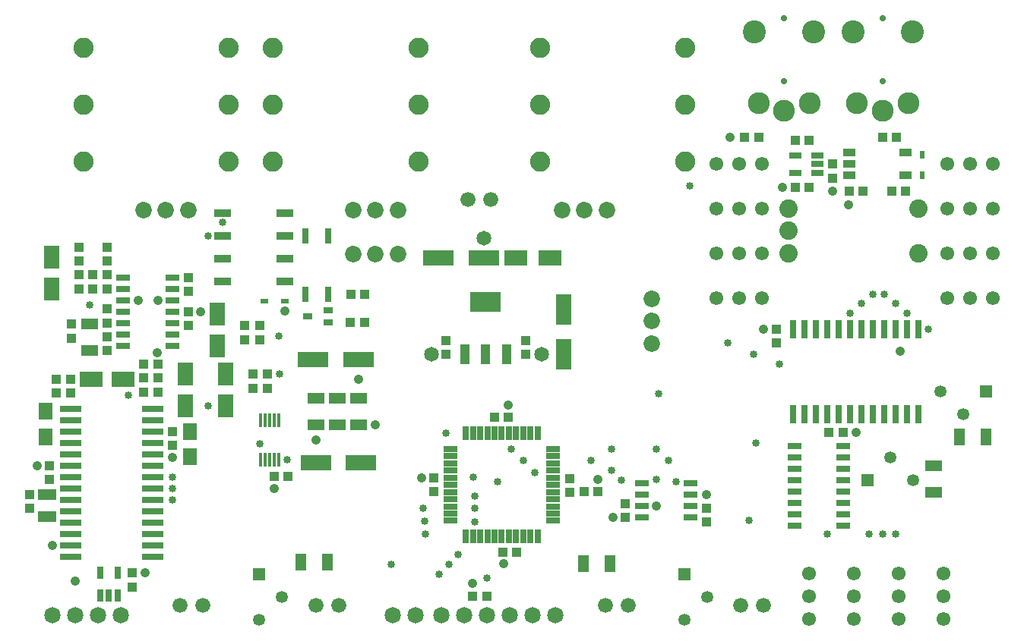
<source format=gts>
G04*
G04 #@! TF.GenerationSoftware,Altium Limited,Altium Designer,20.1.11 (218)*
G04*
G04 Layer_Color=8388736*
%FSLAX25Y25*%
%MOIN*%
G70*
G04*
G04 #@! TF.SameCoordinates,FE814F26-7F82-419D-9895-0DDABB92EEBD*
G04*
G04*
G04 #@! TF.FilePolarity,Negative*
G04*
G01*
G75*
%ADD47R,0.01772X0.06299*%
%ADD48R,0.08071X0.04921*%
%ADD49R,0.02953X0.06496*%
%ADD50R,0.06496X0.02953*%
%ADD51R,0.04213X0.04449*%
%ADD52R,0.09252X0.02953*%
%ADD53R,0.02953X0.08071*%
%ADD54R,0.04134X0.04331*%
%ADD55R,0.04331X0.04134*%
%ADD56R,0.02953X0.05315*%
%ADD57R,0.10433X0.07087*%
%ADD58R,0.06890X0.13189*%
%ADD59R,0.13189X0.06890*%
%ADD60R,0.04134X0.09055*%
%ADD61R,0.13189X0.09055*%
%ADD62R,0.07677X0.03740*%
%ADD63R,0.04921X0.07480*%
%ADD64R,0.06299X0.02953*%
%ADD65R,0.02953X0.06890*%
%ADD66R,0.04134X0.02756*%
%ADD67R,0.07480X0.04921*%
%ADD68R,0.05315X0.02953*%
%ADD69R,0.02165X0.03740*%
%ADD70R,0.05315X0.03740*%
%ADD71R,0.06890X0.10433*%
%ADD72R,0.03740X0.02165*%
%ADD73R,0.05906X0.07677*%
%ADD74R,0.10433X0.06890*%
%ADD75C,0.06102*%
%ADD76C,0.07284*%
%ADD77C,0.07191*%
%ADD78C,0.06591*%
%ADD79R,0.05315X0.05315*%
%ADD80C,0.05315*%
%ADD81R,0.05315X0.05315*%
%ADD82C,0.08859*%
%ADD83C,0.09587*%
%ADD84C,0.10114*%
%ADD85C,0.02756*%
%ADD86C,0.08071*%
%ADD87C,0.03347*%
%ADD88C,0.04134*%
%ADD89C,0.06496*%
D47*
X116680Y96457D02*
D03*
X114711D02*
D03*
X112742D02*
D03*
X110774D02*
D03*
X108806D02*
D03*
Y78937D02*
D03*
X110774D02*
D03*
X112742D02*
D03*
X114711D02*
D03*
X116680D02*
D03*
D48*
X15157Y63681D02*
D03*
Y53838D02*
D03*
D49*
X198917Y90551D02*
D03*
X202067D02*
D03*
X205217D02*
D03*
X208366D02*
D03*
X211516D02*
D03*
X214665D02*
D03*
X217815D02*
D03*
X220965D02*
D03*
X224114D02*
D03*
X227264D02*
D03*
X230413D02*
D03*
Y45276D02*
D03*
X227264D02*
D03*
X224114D02*
D03*
X220965D02*
D03*
X217815D02*
D03*
X214665D02*
D03*
X211516D02*
D03*
X208366D02*
D03*
X205217D02*
D03*
X202067D02*
D03*
X198917D02*
D03*
D50*
X237303Y83661D02*
D03*
Y80512D02*
D03*
Y77362D02*
D03*
Y74213D02*
D03*
Y71063D02*
D03*
Y67913D02*
D03*
Y64764D02*
D03*
Y61614D02*
D03*
Y58465D02*
D03*
Y55315D02*
D03*
Y52165D02*
D03*
X192027D02*
D03*
Y55315D02*
D03*
Y58465D02*
D03*
Y61614D02*
D03*
Y64764D02*
D03*
Y67913D02*
D03*
Y71063D02*
D03*
Y74213D02*
D03*
Y77362D02*
D03*
Y80512D02*
D03*
Y83661D02*
D03*
D51*
X256799Y64862D02*
D03*
X250689D02*
D03*
D52*
X25394Y101279D02*
D03*
Y96279D02*
D03*
Y91279D02*
D03*
Y86279D02*
D03*
Y81279D02*
D03*
Y76279D02*
D03*
Y71279D02*
D03*
Y66279D02*
D03*
Y61279D02*
D03*
Y56279D02*
D03*
Y51279D02*
D03*
Y46279D02*
D03*
Y41279D02*
D03*
Y36279D02*
D03*
X61614D02*
D03*
Y41279D02*
D03*
Y46279D02*
D03*
Y51279D02*
D03*
Y56279D02*
D03*
Y61279D02*
D03*
Y66279D02*
D03*
Y71279D02*
D03*
Y76279D02*
D03*
Y81279D02*
D03*
Y86279D02*
D03*
Y91279D02*
D03*
Y96279D02*
D03*
Y101279D02*
D03*
D53*
X342480Y98917D02*
D03*
X347480D02*
D03*
X352480D02*
D03*
X357480D02*
D03*
X362480D02*
D03*
X367480D02*
D03*
X372480D02*
D03*
X377480D02*
D03*
X382480D02*
D03*
X387480D02*
D03*
X392480D02*
D03*
X397480D02*
D03*
X342480Y136319D02*
D03*
X347480D02*
D03*
X352480D02*
D03*
X357480D02*
D03*
X362480D02*
D03*
X367480D02*
D03*
X372480D02*
D03*
X377480D02*
D03*
X382480D02*
D03*
X387480D02*
D03*
X392480D02*
D03*
X397480D02*
D03*
D54*
X120813Y71791D02*
D03*
X114711D02*
D03*
X217618Y97736D02*
D03*
X211516D02*
D03*
X148425Y151772D02*
D03*
X154527D02*
D03*
X148327Y139417D02*
D03*
X154429D02*
D03*
X327362Y220571D02*
D03*
X321260D02*
D03*
X343406Y219193D02*
D03*
X349508D02*
D03*
X349508Y198622D02*
D03*
X343406D02*
D03*
X381890Y220571D02*
D03*
X387992D02*
D03*
X367028Y197047D02*
D03*
X373130D02*
D03*
X385728Y197047D02*
D03*
X391831D02*
D03*
X364370Y91142D02*
D03*
X358268D02*
D03*
X215059Y38189D02*
D03*
X221161D02*
D03*
X208110Y19094D02*
D03*
X202008D02*
D03*
X57579Y121161D02*
D03*
X63681D02*
D03*
Y108760D02*
D03*
X57579D02*
D03*
Y114961D02*
D03*
X63681D02*
D03*
D55*
X184843Y71063D02*
D03*
Y64961D02*
D03*
X52457Y29248D02*
D03*
Y23146D02*
D03*
X225098Y125197D02*
D03*
Y131299D02*
D03*
X190256D02*
D03*
Y125197D02*
D03*
X41535Y160236D02*
D03*
Y154134D02*
D03*
X35335D02*
D03*
Y160236D02*
D03*
X41535Y172343D02*
D03*
Y166240D02*
D03*
X29134Y160236D02*
D03*
Y154134D02*
D03*
Y166240D02*
D03*
Y172343D02*
D03*
X359882Y202756D02*
D03*
Y208858D02*
D03*
X335039Y136319D02*
D03*
Y130217D02*
D03*
X304527Y51575D02*
D03*
Y57677D02*
D03*
X268996Y59646D02*
D03*
Y53543D02*
D03*
X244587Y64665D02*
D03*
Y70768D02*
D03*
X77165Y159095D02*
D03*
Y152992D02*
D03*
Y144095D02*
D03*
Y137992D02*
D03*
X111713Y110494D02*
D03*
Y116596D02*
D03*
X105512D02*
D03*
Y110494D02*
D03*
X108465Y131791D02*
D03*
Y137894D02*
D03*
X101865D02*
D03*
Y131791D02*
D03*
X70079Y91279D02*
D03*
Y85177D02*
D03*
X16240Y76279D02*
D03*
Y70177D02*
D03*
X7382Y63681D02*
D03*
Y57579D02*
D03*
X25394Y114370D02*
D03*
Y108268D02*
D03*
X19193D02*
D03*
Y114370D02*
D03*
X41535Y126969D02*
D03*
Y133071D02*
D03*
Y139094D02*
D03*
Y145197D02*
D03*
X25984Y132480D02*
D03*
Y138583D02*
D03*
D56*
X38579Y29248D02*
D03*
X46059D02*
D03*
Y19406D02*
D03*
X42319D02*
D03*
X38579D02*
D03*
D57*
X235728Y167717D02*
D03*
X220965D02*
D03*
D58*
X241831Y125197D02*
D03*
Y145050D02*
D03*
D59*
X186839Y167717D02*
D03*
X206693D02*
D03*
X133071Y77658D02*
D03*
X152924D02*
D03*
X151787Y122835D02*
D03*
X131933D02*
D03*
D60*
X207677Y125197D02*
D03*
X216732D02*
D03*
X198622D02*
D03*
D61*
X207677Y148228D02*
D03*
D62*
X92071Y157441D02*
D03*
Y167441D02*
D03*
Y187441D02*
D03*
Y177441D02*
D03*
X119630D02*
D03*
Y187441D02*
D03*
Y167441D02*
D03*
Y157441D02*
D03*
D63*
X250650Y33416D02*
D03*
X262264D02*
D03*
X138189Y33858D02*
D03*
X126575D02*
D03*
X415512Y88976D02*
D03*
X427126D02*
D03*
D64*
X70079Y129095D02*
D03*
Y134095D02*
D03*
Y139094D02*
D03*
Y144095D02*
D03*
Y149094D02*
D03*
Y154095D02*
D03*
Y159095D02*
D03*
X48622Y129095D02*
D03*
Y134095D02*
D03*
Y139094D02*
D03*
Y144095D02*
D03*
Y149094D02*
D03*
Y154095D02*
D03*
Y159095D02*
D03*
X364370Y49902D02*
D03*
Y54902D02*
D03*
Y59902D02*
D03*
Y64902D02*
D03*
Y69902D02*
D03*
Y74902D02*
D03*
Y79902D02*
D03*
Y84902D02*
D03*
X343307Y49902D02*
D03*
Y54902D02*
D03*
Y59902D02*
D03*
Y64902D02*
D03*
Y69902D02*
D03*
Y74902D02*
D03*
Y79902D02*
D03*
Y84902D02*
D03*
X297539Y53524D02*
D03*
Y58524D02*
D03*
Y63524D02*
D03*
Y68524D02*
D03*
X276083Y53524D02*
D03*
Y58524D02*
D03*
Y63524D02*
D03*
Y68524D02*
D03*
D65*
X128465Y151772D02*
D03*
X138465D02*
D03*
X128465Y177362D02*
D03*
X138465D02*
D03*
D66*
X129606Y141976D02*
D03*
X138465Y144535D02*
D03*
Y139417D02*
D03*
D67*
X151787Y106004D02*
D03*
Y94390D02*
D03*
X142402Y106004D02*
D03*
Y94390D02*
D03*
X133071Y106004D02*
D03*
Y94390D02*
D03*
X404331Y76279D02*
D03*
Y64665D02*
D03*
X33773Y138583D02*
D03*
Y126969D02*
D03*
D68*
X343406Y205118D02*
D03*
Y212598D02*
D03*
X353248D02*
D03*
Y208858D02*
D03*
Y205118D02*
D03*
D69*
X399213Y212894D02*
D03*
Y203839D02*
D03*
D70*
X367028Y203858D02*
D03*
Y208858D02*
D03*
Y213858D02*
D03*
X391831Y203858D02*
D03*
Y213858D02*
D03*
D71*
X89995Y129095D02*
D03*
Y143046D02*
D03*
X93539Y102645D02*
D03*
Y116596D02*
D03*
X75787Y102645D02*
D03*
Y116596D02*
D03*
X17028Y154134D02*
D03*
Y168085D02*
D03*
D72*
X119630Y148819D02*
D03*
X110575D02*
D03*
D73*
X77854Y80177D02*
D03*
Y91279D02*
D03*
X14665Y100177D02*
D03*
Y89075D02*
D03*
D74*
X48622Y114370D02*
D03*
X34671D02*
D03*
D75*
X308898Y150000D02*
D03*
X318898D02*
D03*
X328898D02*
D03*
X308898Y169685D02*
D03*
X318898D02*
D03*
X328898D02*
D03*
X308740Y189370D02*
D03*
X318740D02*
D03*
X328740D02*
D03*
X308898Y209055D02*
D03*
X318898D02*
D03*
X328898D02*
D03*
X430276Y209055D02*
D03*
X420276D02*
D03*
X410276D02*
D03*
X408464Y29094D02*
D03*
Y19094D02*
D03*
Y9094D02*
D03*
X430276Y189370D02*
D03*
X420276D02*
D03*
X410276D02*
D03*
X388779Y29094D02*
D03*
Y19094D02*
D03*
Y9094D02*
D03*
X430276Y169685D02*
D03*
X420276D02*
D03*
X410276D02*
D03*
X369094Y29094D02*
D03*
Y19094D02*
D03*
Y9094D02*
D03*
X430276Y150000D02*
D03*
X420276D02*
D03*
X410276D02*
D03*
X349409Y29094D02*
D03*
Y19094D02*
D03*
Y9094D02*
D03*
D76*
X57480Y188583D02*
D03*
X67323D02*
D03*
X77165D02*
D03*
X169095Y169488D02*
D03*
X159252D02*
D03*
X149409D02*
D03*
X280512Y130118D02*
D03*
Y139961D02*
D03*
Y149803D02*
D03*
X149409Y188583D02*
D03*
X159252D02*
D03*
X169095D02*
D03*
X241142D02*
D03*
X250984D02*
D03*
X260827D02*
D03*
D77*
X176772Y10531D02*
D03*
X166772D02*
D03*
X47657Y10614D02*
D03*
X37657D02*
D03*
X17658D02*
D03*
X27657D02*
D03*
X208110Y10531D02*
D03*
X218110D02*
D03*
X238110D02*
D03*
X228110D02*
D03*
X198110D02*
D03*
X188110D02*
D03*
D78*
X329508Y14862D02*
D03*
X319508D02*
D03*
X270236D02*
D03*
X260236D02*
D03*
X143071Y14961D02*
D03*
X133071D02*
D03*
X209842Y193307D02*
D03*
X199843D02*
D03*
X83346Y14961D02*
D03*
X73347D02*
D03*
D79*
X294882Y28775D02*
D03*
X108160Y28775D02*
D03*
D80*
X304882Y18775D02*
D03*
X294882Y8775D02*
D03*
X417126Y99016D02*
D03*
X407126Y109016D02*
D03*
X385335Y79902D02*
D03*
X395335Y69902D02*
D03*
X118160Y18775D02*
D03*
X108160Y8775D02*
D03*
D81*
X427126Y109016D02*
D03*
X375335Y69902D02*
D03*
D82*
X178071Y210039D02*
D03*
X114173D02*
D03*
X178071Y260039D02*
D03*
X114173D02*
D03*
X178071Y235039D02*
D03*
X114173D02*
D03*
X94941Y210039D02*
D03*
X31043D02*
D03*
X94941Y260039D02*
D03*
X31043D02*
D03*
X94941Y235039D02*
D03*
X31043D02*
D03*
X295276Y210039D02*
D03*
X231378D02*
D03*
X295276Y260039D02*
D03*
X231378D02*
D03*
X295276Y235039D02*
D03*
X231378D02*
D03*
D83*
X338583Y232480D02*
D03*
X327362Y235630D02*
D03*
X349803D02*
D03*
X393110D02*
D03*
X370669D02*
D03*
X381890Y232480D02*
D03*
D84*
X325590Y267126D02*
D03*
X351575D02*
D03*
X394882D02*
D03*
X368898D02*
D03*
D85*
X338583Y273031D02*
D03*
Y245472D02*
D03*
X381890D02*
D03*
Y273031D02*
D03*
D86*
X397441Y189370D02*
D03*
Y169685D02*
D03*
X340354Y179527D02*
D03*
Y189370D02*
D03*
Y169685D02*
D03*
D87*
X282476Y83563D02*
D03*
X166142Y32874D02*
D03*
X208110Y26890D02*
D03*
X120544Y78937D02*
D03*
X108563Y85925D02*
D03*
X212992Y69494D02*
D03*
X287858Y78569D02*
D03*
X282476Y70368D02*
D03*
X291142Y69289D02*
D03*
X253724Y78569D02*
D03*
X224115D02*
D03*
X229331Y73223D02*
D03*
X267126Y69902D02*
D03*
X262803Y74213D02*
D03*
Y83563D02*
D03*
X202698Y51772D02*
D03*
Y57500D02*
D03*
X218799Y83563D02*
D03*
X92071Y183292D02*
D03*
X85876Y177455D02*
D03*
X117172Y116596D02*
D03*
X387480Y46457D02*
D03*
X381890D02*
D03*
X375984D02*
D03*
X357480D02*
D03*
X297243Y199212D02*
D03*
X326015Y86221D02*
D03*
X116680Y133169D02*
D03*
X33773Y146929D02*
D03*
X323276Y52165D02*
D03*
X70079Y61279D02*
D03*
Y66279D02*
D03*
Y71279D02*
D03*
X190236Y90551D02*
D03*
X85728Y102645D02*
D03*
X50984Y107185D02*
D03*
X191432Y33071D02*
D03*
X195650Y37402D02*
D03*
X187311Y28799D02*
D03*
X336411Y120866D02*
D03*
X313794Y130399D02*
D03*
X325295Y125295D02*
D03*
X377480Y151575D02*
D03*
X372480Y147539D02*
D03*
X367421Y143405D02*
D03*
X382480Y151575D02*
D03*
X387480Y147539D02*
D03*
X392480Y143405D02*
D03*
X401850Y136319D02*
D03*
X202698Y62992D02*
D03*
X180236Y57500D02*
D03*
X180709Y51968D02*
D03*
X181023Y46279D02*
D03*
X202067Y71398D02*
D03*
X283563Y107972D02*
D03*
D88*
X202008Y24705D02*
D03*
X114711Y66279D02*
D03*
X389366Y126775D02*
D03*
X119630Y144488D02*
D03*
X159055Y94390D02*
D03*
X58071Y29248D02*
D03*
X27657Y25591D02*
D03*
X370079Y91142D02*
D03*
X314961Y220571D02*
D03*
X366967Y191142D02*
D03*
X359822Y197047D02*
D03*
X337932Y198622D02*
D03*
X179429Y71063D02*
D03*
X217618Y103150D02*
D03*
X55020Y149094D02*
D03*
X63681D02*
D03*
X63386Y126083D02*
D03*
X133071Y87599D02*
D03*
X82579Y144095D02*
D03*
X151787Y114173D02*
D03*
X17520Y41279D02*
D03*
X70079Y79882D02*
D03*
X10827Y76279D02*
D03*
X329641Y136319D02*
D03*
X215551Y33268D02*
D03*
X304523Y63524D02*
D03*
X256799Y70177D02*
D03*
X282476Y58524D02*
D03*
X263533Y53519D02*
D03*
D89*
X206693Y176378D02*
D03*
X183858Y125197D02*
D03*
X232283Y125197D02*
D03*
M02*

</source>
